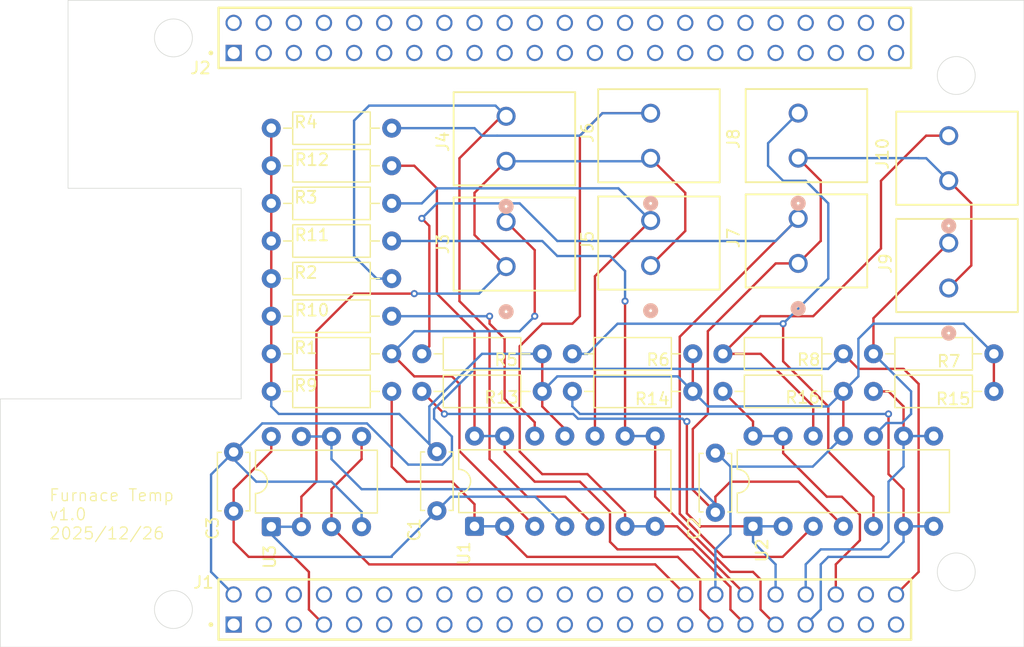
<source format=kicad_pcb>
(kicad_pcb (version 20241229) (generator "pcbnew") (generator_version "9.0")
  (title_block (title "Furnace Temperature / Light Sensors") (date "2025-12-25") (rev "v1.0"))
  (layers (0 "F.Cu" signal) (2 "B.Cu" signal) (13 "F.Paste" user) (15 "B.Paste" user) (5 "F.SilkS" user "F.Silkscreen") (7 "B.SilkS" user "B.Silkscreen") (1 "F.Mask" user) (3 "B.Mask" user) (25 "Edge.Cuts" user))
  (net 0 "")
  (net 74 "GND")
  (net 75 "+5V")
  (net 76 "/1V8-B")
  (net 77 "GNDA")
  (net 78 "/1V8-A")
  (net 79 "/U1A+")
  (net 80 "/U1B+")
  (net 81 "/U1C+")
  (net 82 "/U1D+")
  (net 83 "/U2A+")
  (net 84 "/U2B+")
  (net 85 "/U2C+")
  (net 86 "/U2D+")
  (net 87 "/AIN0")
  (net 88 "/AIN1")
  (net 89 "/AIN2")
  (net 90 "/AIN3")
  (net 91 "/AIN4")
  (net 92 "/AIN5")
  (net 93 "/AIN6")
  (net 94 "+1V8")
  (net 101 "/GPIO_7")
  (footprint "Resistor_THT:R_Axial_DIN0207_L6.3mm_D2.5mm_P10.16mm_Horizontal" (layer "F.Cu") (at 85.979 76.073 180)
    (property "Reference" "R1")
    (property "Value" "R")
  )
  (footprint "Package_DIP:DIP-14_W7.62mm" (layer "F.Cu") (at 92.964 90.638 90)
    (property "Reference" "U1")
    (property "Value" "MCP6004")
  )
  (footprint "Resistor_THT:R_Axial_DIN0207_L6.3mm_D2.5mm_P10.16mm_Horizontal" (layer "F.Cu") (at 88.519 76.073)
    (property "Reference" "R5")
    (property "Value" "R")
  )
  (footprint "Package_DIP:DIP-8_W7.62mm" (layer "F.Cu") (at 75.819 90.673 90)
    (property "Reference" "U3")
    (property "Value" "MCP6002-xP")
  )
  (footprint "phoenix 55deg 2pos:CONN_1728284_PXC" (layer "F.Cu") (at 107.823 68.623101 90)
    (property "Reference" "J5")
    (property "Value" "ST2")
  )
  (footprint "phoenix 55deg 2pos:CONN_1728284_PXC" (layer "F.Cu") (at 107.823 59.563 90)
    (property "Reference" "J6")
    (property "Value" "ST3")
  )
  (footprint "phoenix 55deg 2pos:CONN_1728284_PXC" (layer "F.Cu") (at 132.969 70.5181 90)
    (property "Reference" "J9")
    (property "Value" "ST6")
  )
  (footprint "Resistor_THT:R_Axial_DIN0207_L6.3mm_D2.5mm_P10.16mm_Horizontal" (layer "F.Cu") (at 126.619 76.073)
    (property "Reference" "R7")
    (property "Value" "R")
  )
  (footprint "Resistor_THT:R_Axial_DIN0207_L6.3mm_D2.5mm_P10.16mm_Horizontal" (layer "F.Cu") (at 101.219 76.073)
    (property "Reference" "R6")
    (property "Value" "R")
  )
  (footprint "Resistor_THT:R_Axial_DIN0207_L6.3mm_D2.5mm_P10.16mm_Horizontal" (layer "F.Cu") (at 85.979 69.723 180)
    (property "Reference" "R2")
    (property "Value" "R")
  )
  (footprint "Resistor_THT:R_Axial_DIN0207_L6.3mm_D2.5mm_P10.16mm_Horizontal" (layer "F.Cu") (at 113.919 79.248)
    (property "Reference" "R16")
    (property "Value" "100K")
  )
  (footprint "Resistor_THT:R_Axial_DIN0207_L6.3mm_D2.5mm_P10.16mm_Horizontal" (layer "F.Cu") (at 113.919 76.073)
    (property "Reference" "R8")
    (property "Value" "R")
  )
  (footprint "Resistor_THT:R_Axial_DIN0207_L6.3mm_D2.5mm_P10.16mm_Horizontal" (layer "F.Cu") (at 85.979 63.373 180)
    (property "Reference" "R3")
    (property "Value" "R")
  )
  (footprint "Capacitor_THT:C_Disc_D4.7mm_W2.5mm_P5.00mm" (layer "F.Cu") (at 113.284 89.455 90)
    (property "Reference" "C2")
    (property "Value" "100nF")
  )
  (footprint "Resistor_THT:R_Axial_DIN0207_L6.3mm_D2.5mm_P10.16mm_Horizontal" (layer "F.Cu") (at 85.979 60.198 180)
    (property "Reference" "R12")
    (property "Value" "100K")
  )
  (footprint "Resistor_THT:R_Axial_DIN0207_L6.3mm_D2.5mm_P10.16mm_Horizontal" (layer "F.Cu") (at 85.979 79.248 180)
    (property "Reference" "R9")
    (property "Value" "100K")
  )
  (footprint "phoenix 55deg 2pos:CONN_1728284_PXC" (layer "F.Cu") (at 132.969 61.457999 90)
    (property "Reference" "J10")
    (property "Value" "ST7")
  )
  (footprint "Capacitor_THT:C_Disc_D4.7mm_W2.5mm_P5.00mm" (layer "F.Cu") (at 72.644 89.363 90)
    (property "Reference" "C3")
    (property "Value" "100nF")
  )
  (footprint "samtec:SAMTEC_TSW-123-07-T-D" (layer "F.Cu") (at 100.584 97.663)
    (property "Reference" "J1")
    (property "Value" "TSW-123-07-T-D")
  )
  (footprint "Resistor_THT:R_Axial_DIN0207_L6.3mm_D2.5mm_P10.16mm_Horizontal" (layer "F.Cu") (at 85.979 66.548 180)
    (property "Reference" "R11")
    (property "Value" "100K")
  )
  (footprint "Package_DIP:DIP-14_W7.62mm" (layer "F.Cu") (at 116.459 90.638 90)
    (property "Reference" "U2")
    (property "Value" "MCP6004")
  )
  (footprint "Resistor_THT:R_Axial_DIN0207_L6.3mm_D2.5mm_P10.16mm_Horizontal" (layer "F.Cu") (at 85.979 72.898 180)
    (property "Reference" "R10")
    (property "Value" "100K")
  )
  (footprint "phoenix 55deg 2pos:CONN_1728284_PXC" (layer "F.Cu") (at 120.269 68.442999 90)
    (property "Reference" "J7")
    (property "Value" "ST4")
  )
  (footprint "Resistor_THT:R_Axial_DIN0207_L6.3mm_D2.5mm_P10.16mm_Horizontal" (layer "F.Cu") (at 85.979 57.023 180)
    (property "Reference" "R4")
    (property "Value" "R")
  )
  (footprint "phoenix 55deg 2pos:CONN_1728284_PXC" (layer "F.Cu") (at 95.631 68.707 90)
    (property "Reference" "J3")
    (property "Value" "ST0")
  )
  (footprint "phoenix 55deg 2pos:CONN_1728284_PXC" (layer "F.Cu") (at 120.269 59.552999 90)
    (property "Reference" "J8")
    (property "Value" "ST5")
  )
  (footprint "phoenix 55deg 2pos:CONN_1728284_PXC" (layer "F.Cu") (at 95.631 59.817 90)
    (property "Reference" "J4")
    (property "Value" "ST1")
  )
  (footprint "Resistor_THT:R_Axial_DIN0207_L6.3mm_D2.5mm_P10.16mm_Horizontal" (layer "F.Cu") (at 126.619 79.248)
    (property "Reference" "R15")
    (property "Value" "100K")
  )
  (footprint "Resistor_THT:R_Axial_DIN0207_L6.3mm_D2.5mm_P10.16mm_Horizontal" (layer "F.Cu") (at 101.219 79.248)
    (property "Reference" "R14")
    (property "Value" "100K")
  )
  (footprint "Resistor_THT:R_Axial_DIN0207_L6.3mm_D2.5mm_P10.16mm_Horizontal" (layer "F.Cu") (at 88.519 79.248)
    (property "Reference" "R13")
    (property "Value" "100K")
  )
  (footprint "Capacitor_THT:C_Disc_D4.7mm_W2.5mm_P5.00mm" (layer "F.Cu") (at 89.789 89.328 90)
    (property "Reference" "C1")
    (property "Value" "100nF")
  )
  (footprint "samtec:SAMTEC_TSW-123-07-T-D" (layer "F.Cu") (at 100.584 49.403)
    (property "Reference" "J2")
    (property "Value" "TSW-123-07-T-D")
  )
  (gr_poly (pts (xy 52.959 100.838) (xy 139.319 100.838) (xy 139.319 46.228) (xy 58.674 46.228) (xy 58.674 62.103) (xy 73.279 62.103) (xy 73.279 79.883) (xy 52.959 79.883)) (stroke (width 0.05)) (fill no) (layer "Edge.Cuts"))
  (gr_circle (center 133.604 94.488) (end 135.2042 94.488) (stroke (width 0.05)) (fill no) (layer "Edge.Cuts"))
  (gr_circle (center 67.564 49.403) (end 69.1642 49.403) (stroke (width 0.05)) (fill no) (layer "Edge.Cuts"))
  (gr_circle (center 133.604 52.578) (end 135.2042 52.578) (stroke (width 0.05)) (fill no) (layer "Edge.Cuts"))
  (gr_circle (center 67.564 97.663) (end 69.1642 97.663) (stroke (width 0.05)) (fill no) (layer "Edge.Cuts"))
  (gr_text "Furnace Temp\nv1.0\n2025/12/26" (at 57.023 91.821 0) (layer "F.SilkS") (effects (font (size 1 1) (thickness 0.1)) (justify left bottom)))
  (segment (start 130.429 94.488) (end 128.524 96.393) (width 0.2) (layer "F.Cu") (net 74))
  (segment (start 129.159 77.343) (end 130.429 78.613) (width 0.2) (layer "F.Cu") (net 74))
  (segment (start 125.349 77.343) (end 129.159 77.343) (width 0.2) (layer "F.Cu") (net 74))
  (segment (start 130.429 78.613) (end 130.429 94.488) (width 0.2) (layer "F.Cu") (net 74))
  (segment (start 124.079 76.073) (end 125.349 77.343) (width 0.2) (layer "F.Cu") (net 74))
  (segment (start 75.055 81.952) (end 72.644 84.363) (width 0.2) (layer "B.Cu") (net 74))
  (segment (start 90.24505 85.429) (end 87.37205 85.429) (width 0.2) (layer "B.Cu") (net 74))
  (segment (start 72.644 84.363) (end 72.644 84.963) (width 0.2) (layer "B.Cu") (net 74))
  (segment (start 122.809 77.343) (end 92.964 77.343) (width 0.2) (layer "B.Cu") (net 74))
  (segment (start 91.059 83.058) (end 91.059 84.61505) (width 0.2) (layer "B.Cu") (net 74))
  (segment (start 72.644 84.963) (end 74.549 86.868) (width 0.2) (layer "B.Cu") (net 74))
  (segment (start 72.644 96.393) (end 70.739 94.488) (width 0.2) (layer "B.Cu") (net 74))
  (segment (start 74.549 86.868) (end 80.899 86.868) (width 0.2) (layer "B.Cu") (net 74))
  (segment (start 92.964 77.343) (end 89.555 80.752) (width 0.2) (layer "B.Cu") (net 74))
  (segment (start 80.899 86.868) (end 83.439 89.408) (width 0.2) (layer "B.Cu") (net 74))
  (segment (start 91.059 84.61505) (end 90.24505 85.429) (width 0.2) (layer "B.Cu") (net 74))
  (segment (start 87.37205 85.429) (end 83.89505 81.952) (width 0.2) (layer "B.Cu") (net 74))
  (segment (start 83.439 89.408) (end 83.439 90.673) (width 0.2) (layer "B.Cu") (net 74))
  (segment (start 70.739 94.488) (end 70.739 86.268) (width 0.2) (layer "B.Cu") (net 74))
  (segment (start 70.739 86.268) (end 72.644 84.363) (width 0.2) (layer "B.Cu") (net 74))
  (segment (start 124.079 76.073) (end 122.809 77.343) (width 0.2) (layer "B.Cu") (net 74))
  (segment (start 89.555 81.554) (end 91.059 83.058) (width 0.2) (layer "B.Cu") (net 74))
  (segment (start 83.89505 81.952) (end 75.055 81.952) (width 0.2) (layer "B.Cu") (net 74))
  (segment (start 89.555 80.752) (end 89.555 81.554) (width 0.2) (layer "B.Cu") (net 74))
  (segment (start 78.994 94.488) (end 78.994 97.663) (width 0.2) (layer "F.Cu") (net 75))
  (segment (start 75.819 83.053) (end 75.819 84.328) (width 0.2) (layer "F.Cu") (net 75))
  (segment (start 73.914 93.218) (end 77.724 93.218) (width 0.2) (layer "F.Cu") (net 75))
  (segment (start 78.994 97.663) (end 80.264 98.933) (width 0.2) (layer "F.Cu") (net 75))
  (segment (start 72.644 89.363) (end 72.644 91.948) (width 0.2) (layer "F.Cu") (net 75))
  (segment (start 72.644 91.948) (end 73.914 93.218) (width 0.2) (layer "F.Cu") (net 75))
  (segment (start 75.819 84.328) (end 72.644 87.503) (width 0.2) (layer "F.Cu") (net 75))
  (segment (start 77.724 93.218) (end 78.994 94.488) (width 0.2) (layer "F.Cu") (net 75))
  (segment (start 72.644 87.503) (end 72.644 89.363) (width 0.2) (layer "F.Cu") (net 75))
  (segment (start 111.379 87.55) (end 111.379 82.423) (width 0.2) (layer "F.Cu") (net 76))
  (segment (start 122.163999 66.548) (end 122.174 66.548) (width 0.2) (layer "F.Cu") (net 76))
  (segment (start 134.874 63.362999) (end 132.969 61.457999) (width 0.2) (layer "F.Cu") (net 76))
  (segment (start 132.969 70.5181) (end 134.874 68.6131) (width 0.2) (layer "F.Cu") (net 76))
  (segment (start 122.174 66.548) (end 122.174 61.457999) (width 0.2) (layer "F.Cu") (net 76))
  (segment (start 120.309 86.868) (end 124.079 90.638) (width 0.2) (layer "F.Cu") (net 76))
  (segment (start 113.284 89.455) (end 113.284 88.138) (width 0.2) (layer "F.Cu") (net 76))
  (segment (start 120.269 68.442999) (end 122.163999 66.548) (width 0.2) (layer "F.Cu") (net 76))
  (segment (start 111.379 82.423) (end 112.649 81.153) (width 0.2) (layer "F.Cu") (net 76))
  (segment (start 114.554 86.868) (end 120.309 86.868) (width 0.2) (layer "F.Cu") (net 76))
  (segment (start 122.174 61.457999) (end 120.269 59.552999) (width 0.2) (layer "F.Cu") (net 76))
  (segment (start 112.649 74.168) (end 118.374001 68.442999) (width 0.2) (layer "F.Cu") (net 76))
  (segment (start 113.284 89.455) (end 111.379 87.55) (width 0.2) (layer "F.Cu") (net 76))
  (segment (start 118.374001 68.442999) (end 120.269 68.442999) (width 0.2) (layer "F.Cu") (net 76))
  (segment (start 113.284 88.138) (end 114.554 86.868) (width 0.2) (layer "F.Cu") (net 76))
  (segment (start 112.649 81.153) (end 112.649 74.168) (width 0.2) (layer "F.Cu") (net 76))
  (segment (start 134.874 68.6131) (end 134.874 63.362999) (width 0.2) (layer "F.Cu") (net 76))
  (segment (start 80.899 83.053) (end 80.899 84.963) (width 0.2) (layer "B.Cu") (net 76))
  (segment (start 132.969 61.457999) (end 131.074001 59.563) (width 0.2) (layer "B.Cu") (net 76))
  (segment (start 78.359 83.053) (end 80.899 83.053) (width 0.2) (layer "B.Cu") (net 76))
  (segment (start 130.418999 59.552999) (end 120.269 59.552999) (width 0.2) (layer "B.Cu") (net 76))
  (segment (start 80.899 84.963) (end 83.439 87.503) (width 0.2) (layer "B.Cu") (net 76))
  (segment (start 83.439 87.503) (end 112.014 87.503) (width 0.2) (layer "B.Cu") (net 76))
  (segment (start 130.429 59.563) (end 130.418999 59.552999) (width 0.2) (layer "B.Cu") (net 76))
  (segment (start 113.284 88.773) (end 113.284 89.455) (width 0.2) (layer "B.Cu") (net 76))
  (segment (start 131.074001 59.563) (end 130.429 59.563) (width 0.2) (layer "B.Cu") (net 76))
  (segment (start 112.014 87.503) (end 113.284 88.773) (width 0.2) (layer "B.Cu") (net 76))
  (segment (start 75.819 60.198) (end 75.819 63.373) (width 0.2) (layer "F.Cu") (net 77))
  (segment (start 98.679 80.518) (end 100.584 82.423) (width 0.2) (layer "F.Cu") (net 77))
  (segment (start 124.079 79.248) (end 124.079 83.018) (width 0.2) (layer "F.Cu") (net 77))
  (segment (start 136.779 79.248) (end 136.779 76.073) (width 0.2) (layer "F.Cu") (net 77))
  (segment (start 98.679 79.248) (end 98.679 80.518) (width 0.2) (layer "F.Cu") (net 77))
  (segment (start 75.819 66.548) (end 75.819 69.723) (width 0.2) (layer "F.Cu") (net 77))
  (segment (start 75.819 57.023) (end 75.819 60.198) (width 0.2) (layer "F.Cu") (net 77))
  (segment (start 98.679 79.248) (end 98.679 76.073) (width 0.2) (layer "F.Cu") (net 77))
  (segment (start 75.819 69.723) (end 75.819 72.898) (width 0.2) (layer "F.Cu") (net 77))
  (segment (start 100.584 82.423) (end 100.584 83.018) (width 0.2) (layer "F.Cu") (net 77))
  (segment (start 111.379 79.248) (end 111.379 76.073) (width 0.2) (layer "F.Cu") (net 77))
  (segment (start 75.819 72.898) (end 75.819 76.073) (width 0.2) (layer "F.Cu") (net 77))
  (segment (start 75.819 76.073) (end 75.819 79.248) (width 0.2) (layer "F.Cu") (net 77))
  (segment (start 75.819 63.373) (end 75.819 66.548) (width 0.2) (layer "F.Cu") (net 77))
  (segment (start 89.789 84.328) (end 89.154 83.693) (width 0.2) (layer "B.Cu") (net 77))
  (segment (start 93.599 76.073) (end 98.679 76.073) (width 0.2) (layer "B.Cu") (net 77))
  (segment (start 126.619 73.533) (end 125.349 74.803) (width 0.2) (layer "B.Cu") (net 77))
  (segment (start 98.679 79.248) (end 99.949 77.978) (width 0.2) (layer "B.Cu") (net 77))
  (segment (start 86.614 81.153) (end 89.789 84.328) (width 0.2) (layer "B.Cu") (net 77))
  (segment (start 110.109 77.978) (end 111.379 79.248) (width 0.2) (layer "B.Cu") (net 77))
  (segment (start 114.554 91.313) (end 114.554 85.598) (width 0.2) (layer "B.Cu") (net 77))
  (segment (start 89.154 83.693) (end 89.154 80.518) (width 0.2) (layer "B.Cu") (net 77))
  (segment (start 121.499 85.598) (end 124.079 83.018) (width 0.2) (layer "B.Cu") (net 77))
  (segment (start 114.554 85.598) (end 121.499 85.598) (width 0.2) (layer "B.Cu") (net 77))
  (segment (start 122.809 80.518) (end 112.649 80.518) (width 0.2) (layer "B.Cu") (net 77))
  (segment (start 75.819 79.248) (end 75.819 80.518) (width 0.2) (layer "B.Cu") (net 77))
  (segment (start 113.284 96.393) (end 113.284 92.583) (width 0.2) (layer "B.Cu") (net 77))
  (segment (start 113.284 84.328) (end 114.554 85.598) (width 0.2) (layer "B.Cu") (net 77))
  (segment (start 89.154 80.518) (end 93.599 76.073) (width 0.2) (layer "B.Cu") (net 77))
  (segment (start 113.284 92.583) (end 114.554 91.313) (width 0.2) (layer "B.Cu") (net 77))
  (segment (start 125.349 74.803) (end 125.349 77.978) (width 0.2) (layer "B.Cu") (net 77))
  (segment (start 75.819 80.518) (end 76.454 81.153) (width 0.2) (layer "B.Cu") (net 77))
  (segment (start 124.079 79.248) (end 122.809 80.518) (width 0.2) (layer "B.Cu") (net 77))
  (segment (start 76.454 81.153) (end 86.614 81.153) (width 0.2) (layer "B.Cu") (net 77))
  (segment (start 136.779 76.073) (end 134.239 73.533) (width 0.2) (layer "B.Cu") (net 77))
  (segment (start 134.239 73.533) (end 126.619 73.533) (width 0.2) (layer "B.Cu") (net 77))
  (segment (start 112.649 80.518) (end 111.379 79.248) (width 0.2) (layer "B.Cu") (net 77))
  (segment (start 125.349 77.978) (end 124.079 79.248) (width 0.2) (layer "B.Cu") (net 77))
  (segment (start 99.949 77.978) (end 110.109 77.978) (width 0.2) (layer "B.Cu") (net 77))
  (segment (start 113.284 84.455) (end 113.284 84.328) (width 0.2) (layer "B.Cu") (net 77))
  (segment (start 95.631 59.817) (end 92.964 62.484) (width 0.2) (layer "F.Cu") (net 78))
  (segment (start 92.964 66.04) (end 95.631 68.707) (width 0.2) (layer "F.Cu") (net 78))
  (segment (start 107.823 68.623101) (end 110.744 65.702101) (width 0.2) (layer "F.Cu") (net 78))
  (segment (start 110.744 65.702101) (end 110.744 62.484) (width 0.2) (layer "F.Cu") (net 78))
  (segment (start 79.629 86.868) (end 79.629 74.168) (width 0.2) (layer "F.Cu") (net 78))
  (segment (start 82.804 70.993) (end 87.884 70.993) (width 0.2) (layer "F.Cu") (net 78))
  (segment (start 79.629 74.168) (end 82.804 70.993) (width 0.2) (layer "F.Cu") (net 78))
  (segment (start 92.964 62.484) (end 92.964 66.04) (width 0.2) (layer "F.Cu") (net 78))
  (segment (start 78.359 88.138) (end 79.629 86.868) (width 0.2) (layer "F.Cu") (net 78))
  (segment (start 110.744 62.484) (end 107.823 59.563) (width 0.2) (layer "F.Cu") (net 78))
  (segment (start 78.359 90.673) (end 78.359 88.138) (width 0.2) (layer "F.Cu") (net 78))
  (via (at 87.884 70.993) (size 0.6) (drill 0.3) (layers "F.Cu" "B.Cu") (net 78))
  (segment (start 87.884 70.993) (end 93.345 70.993) (width 0.2) (layer "B.Cu") (net 78))
  (segment (start 77.724 93.218) (end 85.979 93.218) (width 0.2) (layer "B.Cu") (net 78))
  (segment (start 75.819 90.673) (end 75.819 91.313) (width 0.2) (layer "B.Cu") (net 78))
  (segment (start 90.979 88.138) (end 98.084 88.138) (width 0.2) (layer "B.Cu") (net 78))
  (segment (start 107.569 59.817) (end 107.823 59.563) (width 0.2) (layer "B.Cu") (net 78))
  (segment (start 85.979 93.218) (end 85.979 93.138) (width 0.2) (layer "B.Cu") (net 78))
  (segment (start 78.359 90.673) (end 75.819 90.673) (width 0.2) (layer "B.Cu") (net 78))
  (segment (start 75.819 91.313) (end 77.724 93.218) (width 0.2) (layer "B.Cu") (net 78))
  (segment (start 85.979 93.138) (end 89.789 89.328) (width 0.2) (layer "B.Cu") (net 78))
  (segment (start 89.789 89.328) (end 90.979 88.138) (width 0.2) (layer "B.Cu") (net 78))
  (segment (start 95.631 59.817) (end 107.569 59.817) (width 0.2) (layer "B.Cu") (net 78))
  (segment (start 98.084 88.138) (end 100.584 90.638) (width 0.2) (layer "B.Cu") (net 78))
  (segment (start 93.345 70.993) (end 95.631 68.707) (width 0.2) (layer "B.Cu") (net 78))
  (segment (start 91.059 77.978) (end 91.694 78.613) (width 0.2) (layer "F.Cu") (net 79))
  (segment (start 85.979 76.073) (end 87.884 77.978) (width 0.2) (layer "F.Cu") (net 79))
  (segment (start 97.917 91.186) (end 98.044 91.313) (width 0.2) (layer "F.Cu") (net 79))
  (segment (start 98.044 91.313) (end 98.171 91.186) (width 0.2) (layer "F.Cu") (net 79))
  (segment (start 87.884 77.978) (end 91.059 77.978) (width 0.2) (layer "F.Cu") (net 79))
  (segment (start 91.694 84.328) (end 91.734 84.328) (width 0.2) (layer "F.Cu") (net 79))
  (segment (start 91.734 84.328) (end 98.044 90.638) (width 0.2) (layer "F.Cu") (net 79))
  (segment (start 91.694 78.613) (end 91.694 84.328) (width 0.2) (layer "F.Cu") (net 79))
  (segment (start 98.044 72.898) (end 98.044 67.320001) (width 0.2) (layer "F.Cu") (net 79))
  (segment (start 98.044 67.320001) (end 95.631 64.907001) (width 0.2) (layer "F.Cu") (net 79))
  (via (at 98.044 72.898) (size 0.6) (drill 0.3) (layers "F.Cu" "B.Cu") (net 79))
  (segment (start 87.884 74.168) (end 85.979 76.073) (width 0.2) (layer "B.Cu") (net 79))
  (segment (start 96.774 74.168) (end 87.884 74.168) (width 0.2) (layer "B.Cu") (net 79))
  (segment (start 98.044 72.898) (end 96.774 74.168) (width 0.2) (layer "B.Cu") (net 79))
  (segment (start 91.694 71.628) (end 94.234 74.168) (width 0.2) (layer "F.Cu") (net 80))
  (segment (start 95.631 56.017001) (end 95.631 55.88) (width 0.2) (layer "F.Cu") (net 80))
  (segment (start 95.504 55.753) (end 91.694 59.563) (width 0.2) (layer "F.Cu") (net 80))
  (segment (start 100.624 88.138) (end 103.124 90.638) (width 0.2) (layer "F.Cu") (net 80))
  (segment (start 94.234 74.168) (end 94.234 84.963) (width 0.2) (layer "F.Cu") (net 80))
  (segment (start 97.409 88.138) (end 100.624 88.138) (width 0.2) (layer "F.Cu") (net 80))
  (segment (start 94.234 84.963) (end 97.409 88.138) (width 0.2) (layer "F.Cu") (net 80))
  (segment (start 95.631 55.88) (end 95.504 55.753) (width 0.2) (layer "F.Cu") (net 80))
  (segment (start 91.694 59.563) (end 91.694 71.628) (width 0.2) (layer "F.Cu") (net 80))
  (segment (start 84.709 69.723) (end 82.804 67.818) (width 0.2) (layer "B.Cu") (net 80))
  (segment (start 82.804 56.388) (end 84.074 55.118) (width 0.2) (layer "B.Cu") (net 80))
  (segment (start 82.804 67.818) (end 82.804 56.388) (width 0.2) (layer "B.Cu") (net 80))
  (segment (start 84.074 55.118) (end 94.731999 55.118) (width 0.2) (layer "B.Cu") (net 80))
  (segment (start 94.731999 55.118) (end 95.631 56.017001) (width 0.2) (layer "B.Cu") (net 80))
  (segment (start 85.979 69.723) (end 84.709 69.723) (width 0.2) (layer "B.Cu") (net 80))
  (segment (start 103.124 69.522102) (end 103.124 83.018) (width 0.2) (layer "F.Cu") (net 81))
  (segment (start 107.823 64.823102) (end 103.124 69.522102) (width 0.2) (layer "F.Cu") (net 81))
  (segment (start 88.519 63.373) (end 89.789 62.103) (width 0.2) (layer "B.Cu") (net 81))
  (segment (start 105.102898 62.103) (end 107.823 64.823102) (width 0.2) (layer "B.Cu") (net 81))
  (segment (start 85.979 63.373) (end 88.519 63.373) (width 0.2) (layer "B.Cu") (net 81))
  (segment (start 89.789 62.103) (end 105.102898 62.103) (width 0.2) (layer "B.Cu") (net 81))
  (segment (start 101.854 57.658) (end 101.854 72.898) (width 0.2) (layer "F.Cu") (net 82))
  (segment (start 98.679 73.533) (end 96.774 75.438) (width 0.2) (layer "F.Cu") (net 82))
  (segment (start 103.769001 55.763001) (end 103.759 55.753) (width 0.2) (layer "F.Cu") (net 82))
  (segment (start 96.774 80.5859) (end 98.044 81.8559) (width 0.2) (layer "F.Cu") (net 82))
  (segment (start 101.219 73.533) (end 98.679 73.533) (width 0.2) (layer "F.Cu") (net 82))
  (segment (start 103.759 55.753) (end 101.854 57.658) (width 0.2) (layer "F.Cu") (net 82))
  (segment (start 98.044 81.8559) (end 98.044 83.018) (width 0.2) (layer "F.Cu") (net 82))
  (segment (start 101.854 72.898) (end 101.219 73.533) (width 0.2) (layer "F.Cu") (net 82))
  (segment (start 107.823 55.763001) (end 103.769001 55.763001) (width 0.2) (layer "F.Cu") (net 82))
  (segment (start 96.774 75.438) (end 96.774 80.5859) (width 0.2) (layer "F.Cu") (net 82))
  (segment (start 94.869 57.658) (end 101.854 57.658) (width 0.2) (layer "B.Cu") (net 82))
  (segment (start 92.964 57.023) (end 93.599 57.658) (width 0.2) (layer "B.Cu") (net 82))
  (segment (start 93.599 57.658) (end 94.869 57.658) (width 0.2) (layer "B.Cu") (net 82))
  (segment (start 103.748999 55.763001) (end 107.823 55.763001) (width 0.2) (layer "B.Cu") (net 82))
  (segment (start 101.854 57.658) (end 103.748999 55.763001) (width 0.2) (layer "B.Cu") (net 82))
  (segment (start 85.979 57.023) (end 92.964 57.023) (width 0.2) (layer "B.Cu") (net 82))
  (segment (start 88.519 64.643) (end 89.154 65.278) (width 0.2) (layer "F.Cu") (net 83))
  (segment (start 113.919 93.218) (end 118.959 93.218) (width 0.2) (layer "F.Cu") (net 83))
  (segment (start 110.278 74.634) (end 110.278 89.577) (width 0.2) (layer "F.Cu") (net 83))
  (segment (start 110.278 89.577) (end 113.919 93.218) (width 0.2) (layer "F.Cu") (net 83))
  (segment (start 89.154 65.278) (end 89.154 75.438) (width 0.2) (layer "F.Cu") (net 83))
  (segment (start 118.959 93.218) (end 121.539 90.638) (width 0.2) (layer "F.Cu") (net 83))
  (segment (start 120.269 64.643) (end 110.278 74.634) (width 0.2) (layer "F.Cu") (net 83))
  (segment (start 89.154 75.438) (end 88.519 76.073) (width 0.2) (layer "F.Cu") (net 83))
  (via (at 88.519 64.643) (size 0.6) (drill 0.3) (layers "F.Cu" "B.Cu") (net 83))
  (segment (start 120.269 64.643) (end 118.364 66.548) (width 0.2) (layer "B.Cu") (net 83))
  (segment (start 99.949 66.548) (end 96.774 63.373) (width 0.2) (layer "B.Cu") (net 83))
  (segment (start 89.789 63.373) (end 96.774 63.373) (width 0.2) (layer "B.Cu") (net 83))
  (segment (start 89.789 63.373) (end 88.519 64.643) (width 0.2) (layer "B.Cu") (net 83))
  (segment (start 118.364 66.548) (end 99.949 66.548) (width 0.2) (layer "B.Cu") (net 83))
  (segment (start 122.809 80.518) (end 122.809 84.328) (width 0.2) (layer "F.Cu") (net 84))
  (segment (start 118.999 73.533) (end 118.999 76.708) (width 0.2) (layer "F.Cu") (net 84))
  (segment (start 122.809 84.328) (end 126.619 88.138) (width 0.2) (layer "F.Cu") (net 84))
  (segment (start 126.619 88.138) (end 126.619 90.638) (width 0.2) (layer "F.Cu") (net 84))
  (segment (start 118.999 76.708) (end 122.809 80.518) (width 0.2) (layer "F.Cu") (net 84))
  (via (at 118.999 73.533) (size 0.6) (drill 0.3) (layers "F.Cu" "B.Cu") (net 84))
  (segment (start 102.489 76.073) (end 101.219 76.073) (width 0.2) (layer "B.Cu") (net 84))
  (segment (start 122.809 69.723) (end 118.999 73.533) (width 0.2) (layer "B.Cu") (net 84))
  (segment (start 122.809 63.373) (end 122.809 69.723) (width 0.2) (layer "B.Cu") (net 84))
  (segment (start 118.999 73.533) (end 105.029 73.533) (width 0.2) (layer "B.Cu") (net 84))
  (segment (start 117.729 60.198) (end 118.999 61.468) (width 0.2) (layer "B.Cu") (net 84))
  (segment (start 105.029 73.533) (end 102.489 76.073) (width 0.2) (layer "B.Cu") (net 84))
  (segment (start 118.999 61.468) (end 120.904 61.468) (width 0.2) (layer "B.Cu") (net 84))
  (segment (start 120.269 55.753) (end 117.729 58.293) (width 0.2) (layer "B.Cu") (net 84))
  (segment (start 120.904 61.468) (end 122.809 63.373) (width 0.2) (layer "B.Cu") (net 84))
  (segment (start 117.729 58.293) (end 117.729 60.198) (width 0.2) (layer "B.Cu") (net 84))
  (segment (start 126.619 76.073) (end 126.619 73.068101) (width 0.2) (layer "F.Cu") (net 85))
  (segment (start 126.619 73.068101) (end 132.969 66.718101) (width 0.2) (layer "F.Cu") (net 85))
  (segment (start 129.794 81.153) (end 129.03 81.917) (width 0.2) (layer "B.Cu") (net 85))
  (segment (start 129.794 79.248) (end 129.794 81.153) (width 0.2) (layer "B.Cu") (net 85))
  (segment (start 126.619 76.073) (end 129.794 79.248) (width 0.2) (layer "B.Cu") (net 85))
  (segment (start 127.72 81.917) (end 126.619 83.018) (width 0.2) (layer "B.Cu") (net 85))
  (segment (start 129.03 81.917) (end 127.72 81.917) (width 0.2) (layer "B.Cu") (net 85))
  (segment (start 117.094 76.073) (end 113.919 76.073) (width 0.2) (layer "F.Cu") (net 86))
  (segment (start 131.064 57.658) (end 127.254 61.468) (width 0.2) (layer "F.Cu") (net 86))
  (segment (start 121.539 72.898) (end 117.094 72.898) (width 0.2) (layer "F.Cu") (net 86))
  (segment (start 121.539 83.018) (end 121.539 80.518) (width 0.2) (layer "F.Cu") (net 86))
  (segment (start 121.539 80.518) (end 117.094 76.073) (width 0.2) (layer "F.Cu") (net 86))
  (segment (start 117.094 72.898) (end 113.919 76.073) (width 0.2) (layer "F.Cu") (net 86))
  (segment (start 132.969 57.658) (end 131.064 57.658) (width 0.2) (layer "F.Cu") (net 86))
  (segment (start 127.254 67.183) (end 121.539 72.898) (width 0.2) (layer "F.Cu") (net 86))
  (segment (start 127.254 61.468) (end 127.254 67.183) (width 0.2) (layer "F.Cu") (net 86))
  (segment (start 127.889 86.233) (end 129.159 87.503) (width 0.2) (layer "F.Cu") (net 87))
  (segment (start 127.889 81.153) (end 127.889 86.233) (width 0.2) (layer "F.Cu") (net 87))
  (segment (start 129.159 87.503) (end 129.159 90.638) (width 0.2) (layer "F.Cu") (net 87))
  (via (at 127.889 81.153) (size 0.6) (drill 0.3) (layers "F.Cu" "B.Cu") (net 87))
  (segment (start 129.159 91.948) (end 127.889 93.218) (width 0.2) (layer "B.Cu") (net 87))
  (segment (start 129.159 90.678) (end 129.199 90.638) (width 0.2) (layer "B.Cu") (net 87))
  (segment (start 129.199 90.638) (end 131.699 90.638) (width 0.2) (layer "B.Cu") (net 87))
  (segment (start 127.889 93.218) (end 122.809 93.218) (width 0.2) (layer "B.Cu") (net 87))
  (segment (start 122.809 93.218) (end 122.174 93.853) (width 0.2) (layer "B.Cu") (net 87))
  (segment (start 122.174 93.853) (end 122.174 97.663) (width 0.2) (layer "B.Cu") (net 87))
  (segment (start 129.159 90.638) (end 129.159 90.678) (width 0.2) (layer "B.Cu") (net 87))
  (segment (start 129.159 90.638) (end 129.159 91.948) (width 0.2) (layer "B.Cu") (net 87))
  (segment (start 101.854 81.153) (end 127.889 81.153) (width 0.2) (layer "B.Cu") (net 87))
  (segment (start 101.219 79.248) (end 101.219 80.518) (width 0.2) (layer "B.Cu") (net 87))
  (segment (start 122.174 97.663) (end 120.904 98.933) (width 0.2) (layer "B.Cu") (net 87))
  (segment (start 101.219 80.518) (end 101.854 81.153) (width 0.2) (layer "B.Cu") (net 87))
  (segment (start 126.619 79.248) (end 127.889 79.248) (width 0.2) (layer "F.Cu") (net 88))
  (segment (start 127.889 79.248) (end 129.159 80.518) (width 0.2) (layer "F.Cu") (net 88))
  (segment (start 129.159 80.518) (end 129.159 83.018) (width 0.2) (layer "F.Cu") (net 88))
  (segment (start 127.254 92.583) (end 122.174 92.583) (width 0.2) (layer "B.Cu") (net 88))
  (segment (start 129.159 85.598) (end 127.889 86.868) (width 0.2) (layer "B.Cu") (net 88))
  (segment (start 122.174 92.583) (end 120.904 93.853) (width 0.2) (layer "B.Cu") (net 88))
  (segment (start 131.699 83.018) (end 129.159 83.018) (width 0.2) (layer "B.Cu") (net 88))
  (segment (start 127.889 91.948) (end 127.254 92.583) (width 0.2) (layer "B.Cu") (net 88))
  (segment (start 127.889 86.868) (end 127.889 91.948) (width 0.2) (layer "B.Cu") (net 88))
  (segment (start 120.904 93.853) (end 120.904 96.393) (width 0.2) (layer "B.Cu") (net 88))
  (segment (start 129.159 83.018) (end 129.159 85.598) (width 0.2) (layer "B.Cu") (net 88))
  (segment (start 117.094 97.663) (end 118.364 98.933) (width 0.2) (layer "F.Cu") (net 89))
  (segment (start 108.204 83.018) (end 108.204 88.138) (width 0.2) (layer "F.Cu") (net 89))
  (segment (start 116.459 94.488) (end 117.094 95.123) (width 0.2) (layer "F.Cu") (net 89))
  (segment (start 108.204 88.138) (end 114.554 94.488) (width 0.2) (layer "F.Cu") (net 89))
  (segment (start 105.664 71.628) (end 105.664 83.018) (width 0.2) (layer "F.Cu") (net 89))
  (segment (start 117.094 95.123) (end 117.094 97.663) (width 0.2) (layer "F.Cu") (net 89))
  (segment (start 114.554 94.488) (end 116.459 94.488) (width 0.2) (layer "F.Cu") (net 89))
  (via (at 105.664 71.628) (size 0.6) (drill 0.3) (layers "F.Cu" "B.Cu") (net 89))
  (segment (start 99.949 67.818) (end 98.679 66.548) (width 0.2) (layer "B.Cu") (net 89))
  (segment (start 105.664 83.018) (end 108.204 83.018) (width 0.2) (layer "B.Cu") (net 89))
  (segment (start 105.664 71.628) (end 105.664 69.088) (width 0.2) (layer "B.Cu") (net 89))
  (segment (start 98.679 66.548) (end 85.979 66.548) (width 0.2) (layer "B.Cu") (net 89))
  (segment (start 104.394 67.818) (end 99.949 67.818) (width 0.2) (layer "B.Cu") (net 89))
  (segment (start 105.664 69.088) (end 104.394 67.818) (width 0.2) (layer "B.Cu") (net 89))
  (segment (start 112.054 90.638) (end 112.014 90.678) (width 0.2) (layer "F.Cu") (net 90))
  (segment (start 116.459 90.638) (end 112.054 90.638) (width 0.2) (layer "F.Cu") (net 90))
  (segment (start 110.878 89.542) (end 110.878 81.788) (width 0.2) (layer "F.Cu") (net 90))
  (segment (start 90.424 81.153) (end 88.519 79.248) (width 0.2) (layer "F.Cu") (net 90))
  (segment (start 112.014 90.678) (end 110.878 89.542) (width 0.2) (layer "F.Cu") (net 90))
  (via (at 90.424 81.153) (size 0.6) (drill 0.3) (layers "F.Cu" "B.Cu") (net 90))
  (via (at 110.878 81.788) (size 0.6) (drill 0.3) (layers "F.Cu" "B.Cu") (net 90))
  (segment (start 110.744 81.788) (end 110.878 81.788) (width 0.2) (layer "B.Cu") (net 90))
  (segment (start 101.2869 81.153) (end 101.6879 81.554) (width 0.2) (layer "B.Cu") (net 90))
  (segment (start 116.459 90.638) (end 118.999 90.638) (width 0.2) (layer "B.Cu") (net 90))
  (segment (start 110.51 81.554) (end 110.744 81.788) (width 0.2) (layer "B.Cu") (net 90))
  (segment (start 116.459 90.638) (end 116.459 91.948) (width 0.2) (layer "B.Cu") (net 90))
  (segment (start 90.424 81.153) (end 101.2869 81.153) (width 0.2) (layer "B.Cu") (net 90))
  (segment (start 118.364 93.853) (end 118.364 96.393) (width 0.2) (layer "B.Cu") (net 90))
  (segment (start 101.6879 81.554) (end 110.51 81.554) (width 0.2) (layer "B.Cu") (net 90))
  (segment (start 116.459 91.948) (end 118.364 93.853) (width 0.2) (layer "B.Cu") (net 90))
  (segment (start 110.109 93.218) (end 112.014 95.123) (width 0.2) (layer "F.Cu") (net 91))
  (segment (start 92.964 88.773) (end 92.964 90.638) (width 0.2) (layer "F.Cu") (net 91))
  (segment (start 85.979 79.248) (end 85.979 85.598) (width 0.2) (layer "F.Cu") (net 91))
  (segment (start 95.504 91.313) (end 97.409 93.218) (width 0.2) (layer "F.Cu") (net 91))
  (segment (start 97.409 93.218) (end 110.109 93.218) (width 0.2) (layer "F.Cu") (net 91))
  (segment (start 112.014 97.663) (end 113.284 98.933) (width 0.2) (layer "F.Cu") (net 91))
  (segment (start 91.059 86.868) (end 92.964 88.773) (width 0.2) (layer "F.Cu") (net 91))
  (segment (start 85.979 85.598) (end 87.249 86.868) (width 0.2) (layer "F.Cu") (net 91))
  (segment (start 112.014 95.123) (end 112.014 97.663) (width 0.2) (layer "F.Cu") (net 91))
  (segment (start 87.249 86.868) (end 91.059 86.868) (width 0.2) (layer "F.Cu") (net 91))
  (segment (start 95.504 90.638) (end 95.504 91.313) (width 0.2) (layer "F.Cu") (net 91))
  (segment (start 92.964 90.638) (end 95.504 90.638) (width 0.2) (layer "B.Cu") (net 91))
  (segment (start 95.504 79.883) (end 96.774 81.153) (width 0.2) (layer "F.Cu") (net 92))
  (segment (start 95.504 74.803) (end 95.504 79.883) (width 0.2) (layer "F.Cu") (net 92))
  (segment (start 98.679 86.233) (end 102.489 86.233) (width 0.2) (layer "F.Cu") (net 92))
  (segment (start 96.774 84.328) (end 98.679 86.233) (width 0.2) (layer "F.Cu") (net 92))
  (segment (start 102.489 86.233) (end 105.664 89.408) (width 0.2) (layer "F.Cu") (net 92))
  (segment (start 108.204 90.678) (end 108.244 90.638) (width 0.2) (layer "F.Cu") (net 92))
  (segment (start 94.234 73.533) (end 95.504 74.803) (width 0.2) (layer "F.Cu") (net 92))
  (segment (start 108.204 90.638) (end 108.204 90.678) (width 0.2) (layer "F.Cu") (net 92))
  (segment (start 108.244 90.638) (end 110.069 90.638) (width 0.2) (layer "F.Cu") (net 92))
  (segment (start 110.069 90.638) (end 115.824 96.393) (width 0.2) (layer "F.Cu") (net 92))
  (segment (start 105.664 89.408) (end 105.664 90.638) (width 0.2) (layer "F.Cu") (net 92))
  (segment (start 94.234 72.898) (end 94.234 73.533) (width 0.2) (layer "F.Cu") (net 92))
  (segment (start 96.774 81.153) (end 96.774 84.328) (width 0.2) (layer "F.Cu") (net 92))
  (via (at 94.234 72.898) (size 0.6) (drill 0.3) (layers "F.Cu" "B.Cu") (net 92))
  (segment (start 85.979 72.898) (end 94.234 72.898) (width 0.2) (layer "B.Cu") (net 92))
  (segment (start 105.664 90.638) (end 108.204 90.638) (width 0.2) (layer "B.Cu") (net 92))
  (segment (start 95.504 83.018) (end 95.504 84.328) (width 0.2) (layer "F.Cu") (net 93))
  (segment (start 111.379 92.583) (end 114.554 95.758) (width 0.2) (layer "F.Cu") (net 93))
  (segment (start 104.394 89.408) (end 104.394 91.948) (width 0.2) (layer "F.Cu") (net 93))
  (segment (start 114.554 97.663) (end 115.824 98.933) (width 0.2) (layer "F.Cu") (net 93))
  (segment (start 89.789 70.993) (end 92.964 74.168) (width 0.2) (layer "F.Cu") (net 93))
  (segment (start 114.554 95.758) (end 114.554 97.663) (width 0.2) (layer "F.Cu") (net 93))
  (segment (start 89.789 62.103) (end 89.789 70.993) (width 0.2) (layer "F.Cu") (net 93))
  (segment (start 105.029 92.583) (end 111.379 92.583) (width 0.2) (layer "F.Cu") (net 93))
  (segment (start 95.504 84.328) (end 98.044 86.868) (width 0.2) (layer "F.Cu") (net 93))
  (segment (start 104.394 91.948) (end 105.029 92.583) (width 0.2) (layer "F.Cu") (net 93))
  (segment (start 85.979 60.198) (end 87.884 60.198) (width 0.2) (layer "F.Cu") (net 93))
  (segment (start 101.854 86.868) (end 104.394 89.408) (width 0.2) (layer "F.Cu") (net 93))
  (segment (start 92.964 74.168) (end 92.964 83.018) (width 0.2) (layer "F.Cu") (net 93))
  (segment (start 87.884 60.198) (end 89.789 62.103) (width 0.2) (layer "F.Cu") (net 93))
  (segment (start 98.044 86.868) (end 101.854 86.868) (width 0.2) (layer "F.Cu") (net 93))
  (segment (start 92.964 83.018) (end 95.504 83.018) (width 0.2) (layer "B.Cu") (net 93))
  (segment (start 83.439 84.963) (end 80.899 87.503) (width 0.2) (layer "F.Cu") (net 94))
  (segment (start 80.899 90.678) (end 84.074 93.853) (width 0.2) (layer "F.Cu") (net 94))
  (segment (start 108.204 93.853) (end 110.744 96.393) (width 0.2) (layer "F.Cu") (net 94))
  (segment (start 80.899 87.503) (end 80.899 90.673) (width 0.2) (layer "F.Cu") (net 94))
  (segment (start 83.439 83.053) (end 83.439 84.963) (width 0.2) (layer "F.Cu") (net 94))
  (segment (start 84.074 93.853) (end 108.204 93.853) (width 0.2) (layer "F.Cu") (net 94))
  (segment (start 80.899 90.673) (end 80.899 90.678) (width 0.2) (layer "F.Cu") (net 94))
  (segment (start 125.476 91.821) (end 123.444 93.853) (width 0.2) (layer "F.Cu") (net 101))
  (segment (start 116.459 81.788) (end 113.919 79.248) (width 0.2) (layer "F.Cu") (net 101))
  (segment (start 125.476 89.662) (end 125.476 91.821) (width 0.2) (layer "F.Cu") (net 101))
  (segment (start 123.952 88.138) (end 125.476 89.662) (width 0.2) (layer "F.Cu") (net 101))
  (segment (start 122.682 88.138) (end 123.952 88.138) (width 0.2) (layer "F.Cu") (net 101))
  (segment (start 123.444 93.853) (end 123.444 96.393) (width 0.2) (layer "F.Cu") (net 101))
  (segment (start 116.459 83.018) (end 116.459 81.788) (width 0.2) (layer "F.Cu") (net 101))
  (segment (start 118.999 83.018) (end 118.999 84.455) (width 0.2) (layer "F.Cu") (net 101))
  (segment (start 118.999 84.455) (end 122.682 88.138) (width 0.2) (layer "F.Cu") (net 101))
  (segment (start 116.459 83.018) (end 118.999 83.018) (width 0.2) (layer "B.Cu") (net 101))
)
</source>
